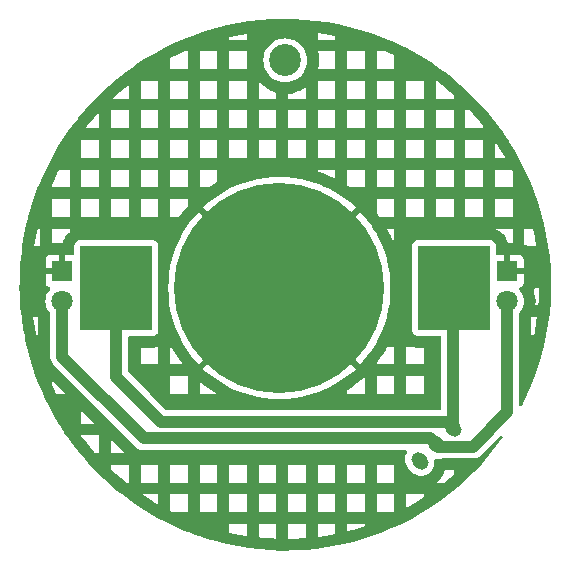
<source format=gbr>
%TF.GenerationSoftware,KiCad,Pcbnew,8.0.2-1*%
%TF.CreationDate,2024-09-20T10:56:36-06:00*%
%TF.ProjectId,FIT-Basic,4649542d-4261-4736-9963-2e6b69636164,rev?*%
%TF.SameCoordinates,Original*%
%TF.FileFunction,Copper,L2,Bot*%
%TF.FilePolarity,Positive*%
%FSLAX46Y46*%
G04 Gerber Fmt 4.6, Leading zero omitted, Abs format (unit mm)*
G04 Created by KiCad (PCBNEW 8.0.2-1) date 2024-09-20 10:56:36*
%MOMM*%
%LPD*%
G01*
G04 APERTURE LIST*
G04 Aperture macros list*
%AMHorizOval*
0 Thick line with rounded ends*
0 $1 width*
0 $2 $3 position (X,Y) of the first rounded end (center of the circle)*
0 $4 $5 position (X,Y) of the second rounded end (center of the circle)*
0 Add line between two ends*
20,1,$1,$2,$3,$4,$5,0*
0 Add two circle primitives to create the rounded ends*
1,1,$1,$2,$3*
1,1,$1,$4,$5*%
G04 Aperture macros list end*
%TA.AperFunction,SMDPad,CuDef*%
%ADD10R,6.100000X7.100000*%
%TD*%
%TA.AperFunction,SMDPad,CuDef*%
%ADD11C,17.800000*%
%TD*%
%TA.AperFunction,ComponentPad*%
%ADD12C,2.700000*%
%TD*%
%TA.AperFunction,ComponentPad*%
%ADD13C,1.800000*%
%TD*%
%TA.AperFunction,ComponentPad*%
%ADD14R,1.800000X1.800000*%
%TD*%
%TA.AperFunction,ComponentPad*%
%ADD15HorizOval,1.208000X-0.141421X0.141421X0.141421X-0.141421X0*%
%TD*%
%TA.AperFunction,Conductor*%
%ADD16C,1.000000*%
%TD*%
G04 APERTURE END LIST*
D10*
%TO.P,REF\u002A\u002A,1*%
%TO.N,+3V0*%
X196400000Y-61576244D03*
X225000000Y-61576244D03*
D11*
%TO.P,REF\u002A\u002A,2*%
%TO.N,GNDREF*%
X210200000Y-61576244D03*
%TD*%
D12*
%TO.P,,2,A*%
%TO.N,N/C*%
X210700000Y-42300000D03*
%TD*%
D13*
%TO.P,D1,2,A*%
%TO.N,/diode_flag*%
X191800000Y-62700000D03*
D14*
%TO.P,D1,1,K*%
%TO.N,GNDREF*%
X191800000Y-60160000D03*
%TD*%
D13*
%TO.P,D2,2,A*%
%TO.N,/diode_flag*%
X229500000Y-62700000D03*
D14*
%TO.P,D2,1,K*%
%TO.N,GNDREF*%
X229500000Y-60160000D03*
%TD*%
D15*
%TO.P,REF\u002A\u002A,1*%
%TO.N,+3V0*%
X224900000Y-73400000D03*
%TO.P,REF\u002A\u002A,2*%
%TO.N,/diode_flag*%
X223485789Y-74814213D03*
%TO.P,REF\u002A\u002A,3*%
%TO.N,N/C*%
X222071578Y-76228426D03*
%TD*%
D16*
%TO.N,/diode_flag*%
X223485789Y-74814213D02*
X223671576Y-75000000D01*
X223671576Y-75000000D02*
X226600000Y-75000000D01*
X226600000Y-75000000D02*
X229500000Y-72100000D01*
X229500000Y-72100000D02*
X229500000Y-62700000D01*
%TO.N,+3V0*%
X196400000Y-61576244D02*
X196400000Y-69100000D01*
X200200000Y-72900000D02*
X224400000Y-72900000D01*
X196400000Y-69100000D02*
X200200000Y-72900000D01*
X224400000Y-72900000D02*
X224900000Y-73400000D01*
%TO.N,/diode_flag*%
X191800000Y-62700000D02*
X191800000Y-67400000D01*
X198700000Y-74300000D02*
X222971576Y-74300000D01*
X191800000Y-67400000D02*
X198700000Y-74300000D01*
X222971576Y-74300000D02*
X223485789Y-74814213D01*
%TO.N,+3V0*%
X224900000Y-73400000D02*
X224900000Y-61676244D01*
X224900000Y-61676244D02*
X225000000Y-61576244D01*
%TD*%
%TA.AperFunction,Conductor*%
%TO.N,GNDREF*%
G36*
X211408956Y-38808724D02*
G01*
X211414150Y-38808888D01*
X212356518Y-38858607D01*
X212361660Y-38858988D01*
X213301069Y-38948389D01*
X213306229Y-38948990D01*
X214241029Y-39077912D01*
X214246128Y-39078725D01*
X215174683Y-39246943D01*
X215179753Y-39247972D01*
X216100390Y-39455186D01*
X216105439Y-39456435D01*
X217016489Y-39702266D01*
X217021455Y-39703719D01*
X217921375Y-39987753D01*
X217926270Y-39989413D01*
X218813380Y-40311118D01*
X218818198Y-40312980D01*
X219691014Y-40671821D01*
X219695755Y-40673888D01*
X220552609Y-41069177D01*
X220557278Y-41071451D01*
X220996490Y-41296994D01*
X221396695Y-41502506D01*
X221401295Y-41504992D01*
X222221769Y-41971035D01*
X222226260Y-41973712D01*
X223026411Y-42473962D01*
X223030739Y-42476797D01*
X223809074Y-43010323D01*
X223813299Y-43013352D01*
X224183488Y-43290749D01*
X224568444Y-43579211D01*
X224572561Y-43582434D01*
X225303160Y-44179609D01*
X225307138Y-44183003D01*
X225513615Y-44366824D01*
X226011927Y-44810458D01*
X226015726Y-44813986D01*
X226413161Y-45199046D01*
X226693456Y-45470614D01*
X226697133Y-45474331D01*
X227346530Y-46158894D01*
X227350048Y-46162762D01*
X227970039Y-46874128D01*
X227973390Y-46878141D01*
X228562821Y-47614982D01*
X228566001Y-47619133D01*
X229123865Y-48380198D01*
X229126860Y-48384471D01*
X229387634Y-48773635D01*
X229652137Y-49168364D01*
X229654956Y-49172769D01*
X230146713Y-49978101D01*
X230149343Y-49982619D01*
X230606725Y-50807985D01*
X230609162Y-50812611D01*
X231031331Y-51656502D01*
X231033569Y-51661222D01*
X231419795Y-52522177D01*
X231421834Y-52526992D01*
X231771409Y-53403434D01*
X231773244Y-53408330D01*
X232085576Y-54298772D01*
X232087202Y-54303741D01*
X232361715Y-55206544D01*
X232363130Y-55211578D01*
X232599332Y-56125127D01*
X232600534Y-56130215D01*
X232798022Y-57052941D01*
X232799008Y-57058076D01*
X232957416Y-57988284D01*
X232958185Y-57993456D01*
X233077241Y-58929529D01*
X233077791Y-58934728D01*
X233157278Y-59874969D01*
X233157609Y-59880188D01*
X233197403Y-60823308D01*
X233197511Y-60827881D01*
X233199996Y-61299346D01*
X233199996Y-61300654D01*
X233197511Y-61772118D01*
X233197403Y-61776691D01*
X233157609Y-62719811D01*
X233157278Y-62725030D01*
X233077791Y-63665271D01*
X233077241Y-63670470D01*
X232958185Y-64606543D01*
X232957416Y-64611715D01*
X232799008Y-65541923D01*
X232798022Y-65547058D01*
X232600534Y-66469784D01*
X232599332Y-66474872D01*
X232363130Y-67388421D01*
X232361715Y-67393455D01*
X232087202Y-68296258D01*
X232085576Y-68301227D01*
X231773244Y-69191669D01*
X231771409Y-69196565D01*
X231421834Y-70073007D01*
X231419795Y-70077822D01*
X231033571Y-70938773D01*
X231031331Y-70943497D01*
X230735397Y-71535052D01*
X230687799Y-71586201D01*
X230620104Y-71603496D01*
X230553804Y-71581447D01*
X230509950Y-71527054D01*
X230500500Y-71479574D01*
X230500500Y-65548769D01*
X231498500Y-65548769D01*
X231777053Y-65548769D01*
X231818267Y-65356202D01*
X231970486Y-64462336D01*
X232023341Y-64046769D01*
X231498500Y-64046769D01*
X231498500Y-65548769D01*
X230500500Y-65548769D01*
X230500500Y-63729377D01*
X230520185Y-63662338D01*
X230533264Y-63645401D01*
X230608979Y-63563153D01*
X230735924Y-63368849D01*
X230829157Y-63156300D01*
X230886134Y-62931305D01*
X230903226Y-62725030D01*
X230905300Y-62700006D01*
X230905300Y-62699993D01*
X230886135Y-62468702D01*
X230886133Y-62468691D01*
X230829157Y-62243699D01*
X230735924Y-62031151D01*
X230608981Y-61836849D01*
X230560328Y-61783997D01*
X231717301Y-61783997D01*
X231751384Y-61861697D01*
X231753345Y-61866430D01*
X231764613Y-61895306D01*
X231766376Y-61900117D01*
X231779776Y-61939146D01*
X231781340Y-61944026D01*
X231790191Y-61973752D01*
X231791553Y-61978698D01*
X231858663Y-62243707D01*
X231859819Y-62248705D01*
X231866184Y-62279067D01*
X231867131Y-62284103D01*
X231873922Y-62324806D01*
X231874661Y-62329877D01*
X231878494Y-62360632D01*
X231879022Y-62365727D01*
X231901595Y-62638148D01*
X231901913Y-62643265D01*
X231903194Y-62674245D01*
X231903300Y-62679368D01*
X231903300Y-62720632D01*
X231903194Y-62725755D01*
X231901913Y-62756735D01*
X231901595Y-62761852D01*
X231879022Y-63034273D01*
X231878494Y-63039368D01*
X231877322Y-63048769D01*
X232128350Y-63048769D01*
X232161271Y-62659335D01*
X232199609Y-61750736D01*
X232200685Y-61546769D01*
X231817251Y-61546769D01*
X231765970Y-61684261D01*
X231762581Y-61692441D01*
X231740323Y-61741177D01*
X231736362Y-61749091D01*
X231717301Y-61783997D01*
X230560328Y-61783997D01*
X230513832Y-61733489D01*
X230482910Y-61670835D01*
X230490770Y-61601409D01*
X230534918Y-61547253D01*
X230561730Y-61533325D01*
X230642084Y-61503355D01*
X230642093Y-61503350D01*
X230757187Y-61417190D01*
X230757190Y-61417187D01*
X230843350Y-61302093D01*
X230843354Y-61302086D01*
X230893596Y-61167379D01*
X230893598Y-61167372D01*
X230899999Y-61107844D01*
X230900000Y-61107827D01*
X230900000Y-60410000D01*
X229875278Y-60410000D01*
X229919333Y-60333694D01*
X229950000Y-60219244D01*
X229950000Y-60100756D01*
X229919333Y-59986306D01*
X229875278Y-59910000D01*
X230900000Y-59910000D01*
X230900000Y-59212172D01*
X230899999Y-59212155D01*
X230893598Y-59152627D01*
X230893596Y-59152620D01*
X230843354Y-59017913D01*
X230843350Y-59017906D01*
X230757190Y-58902812D01*
X230757187Y-58902809D01*
X230642093Y-58816649D01*
X230642086Y-58816645D01*
X230507379Y-58766403D01*
X230507372Y-58766401D01*
X230447844Y-58760000D01*
X229750000Y-58760000D01*
X229750000Y-59784722D01*
X229673694Y-59740667D01*
X229559244Y-59710000D01*
X229440756Y-59710000D01*
X229326306Y-59740667D01*
X229250000Y-59784722D01*
X229250000Y-58760000D01*
X228674499Y-58760000D01*
X228607460Y-58740315D01*
X228561705Y-58687511D01*
X228550499Y-58636000D01*
X228550499Y-57978373D01*
X228550498Y-57978367D01*
X228550497Y-57978360D01*
X228544615Y-57923638D01*
X228544091Y-57918760D01*
X228523914Y-57864663D01*
X230945526Y-57864663D01*
X231024261Y-57894030D01*
X231032441Y-57897419D01*
X231081177Y-57919677D01*
X231089091Y-57923638D01*
X231151681Y-57957815D01*
X231159295Y-57962333D01*
X231204362Y-57991297D01*
X231211632Y-57996345D01*
X231281661Y-58048769D01*
X231955349Y-58048769D01*
X231818268Y-57243800D01*
X231669085Y-56546769D01*
X230945526Y-56546769D01*
X230945526Y-57864663D01*
X228523914Y-57864663D01*
X228493797Y-57783915D01*
X228493793Y-57783908D01*
X228407547Y-57668699D01*
X228407544Y-57668696D01*
X228292335Y-57582450D01*
X228292328Y-57582446D01*
X228157482Y-57532152D01*
X228157483Y-57532152D01*
X228097883Y-57525745D01*
X228097881Y-57525744D01*
X228097873Y-57525744D01*
X228097864Y-57525744D01*
X221902129Y-57525744D01*
X221902123Y-57525745D01*
X221842516Y-57532152D01*
X221707671Y-57582446D01*
X221707664Y-57582450D01*
X221592455Y-57668696D01*
X221592452Y-57668699D01*
X221506206Y-57783908D01*
X221506202Y-57783915D01*
X221455908Y-57918761D01*
X221451710Y-57957815D01*
X221449501Y-57978367D01*
X221449500Y-57978379D01*
X221449500Y-65174114D01*
X221449501Y-65174120D01*
X221455908Y-65233727D01*
X221506202Y-65368572D01*
X221506206Y-65368579D01*
X221592452Y-65483788D01*
X221592455Y-65483791D01*
X221707664Y-65570037D01*
X221707671Y-65570041D01*
X221842517Y-65620335D01*
X221842516Y-65620335D01*
X221849444Y-65621079D01*
X221902127Y-65626744D01*
X223775500Y-65626743D01*
X223842539Y-65646428D01*
X223888294Y-65699231D01*
X223899500Y-65750743D01*
X223899500Y-71775500D01*
X223879815Y-71842539D01*
X223827011Y-71888294D01*
X223775500Y-71899500D01*
X200665783Y-71899500D01*
X200598744Y-71879815D01*
X200578102Y-71863181D01*
X199263690Y-70548769D01*
X200945526Y-70548769D01*
X202447526Y-70548769D01*
X203445526Y-70548769D01*
X204938342Y-70548769D01*
X204435648Y-70236175D01*
X204432224Y-70233967D01*
X204408442Y-70218072D01*
X204405119Y-70215772D01*
X203881640Y-69840652D01*
X203878383Y-69838237D01*
X203855690Y-69820825D01*
X203852509Y-69818300D01*
X203445526Y-69484295D01*
X203445526Y-70548769D01*
X202447526Y-70548769D01*
X202447526Y-69046769D01*
X200945526Y-69046769D01*
X200945526Y-70548769D01*
X199263690Y-70548769D01*
X197436819Y-68721898D01*
X197403334Y-68660575D01*
X197400500Y-68634217D01*
X197400500Y-68397598D01*
X203732198Y-68397598D01*
X203998818Y-68647314D01*
X203998838Y-68647331D01*
X204474577Y-69037761D01*
X204474576Y-69037761D01*
X204974844Y-69396248D01*
X204974854Y-69396254D01*
X205497473Y-69721239D01*
X205497495Y-69721252D01*
X206040240Y-70011354D01*
X206040267Y-70011367D01*
X206600844Y-70265362D01*
X206600867Y-70265371D01*
X207176840Y-70482152D01*
X207176855Y-70482157D01*
X207765790Y-70660808D01*
X207765798Y-70660811D01*
X208365171Y-70800565D01*
X208972401Y-70900819D01*
X209584869Y-70961142D01*
X210200000Y-70981279D01*
X210815130Y-70961142D01*
X211427598Y-70900819D01*
X212034828Y-70800565D01*
X212634201Y-70660811D01*
X212634209Y-70660808D01*
X213223144Y-70482157D01*
X213223159Y-70482152D01*
X213799132Y-70265371D01*
X213799155Y-70265362D01*
X213837734Y-70247882D01*
X215945526Y-70247882D01*
X215945526Y-70548769D01*
X217447526Y-70548769D01*
X218445526Y-70548769D01*
X219947526Y-70548769D01*
X220945526Y-70548769D01*
X222447526Y-70548769D01*
X222447526Y-69046769D01*
X220945526Y-69046769D01*
X220945526Y-70548769D01*
X219947526Y-70548769D01*
X219947526Y-69046769D01*
X218445526Y-69046769D01*
X218445526Y-70548769D01*
X217447526Y-70548769D01*
X217447526Y-69046769D01*
X217434623Y-69046769D01*
X217072974Y-69385489D01*
X217069972Y-69388211D01*
X217048468Y-69407071D01*
X217045370Y-69409699D01*
X216547491Y-69818300D01*
X216544310Y-69820825D01*
X216521617Y-69838237D01*
X216518360Y-69840652D01*
X215994881Y-70215772D01*
X215991558Y-70218072D01*
X215967776Y-70233967D01*
X215964352Y-70236176D01*
X215945526Y-70247882D01*
X213837734Y-70247882D01*
X214359732Y-70011367D01*
X214359759Y-70011354D01*
X214902504Y-69721252D01*
X214902526Y-69721239D01*
X215425145Y-69396254D01*
X215425155Y-69396248D01*
X215925422Y-69037761D01*
X216401161Y-68647331D01*
X216401181Y-68647314D01*
X216667800Y-68397598D01*
X216667801Y-68397598D01*
X210200000Y-61929797D01*
X203732198Y-68397598D01*
X197400500Y-68397598D01*
X197400500Y-66624743D01*
X198445526Y-66624743D01*
X198445526Y-68048769D01*
X199947526Y-68048769D01*
X200945526Y-68048769D01*
X202060557Y-68048769D01*
X201957944Y-67923735D01*
X201955419Y-67920554D01*
X201938007Y-67897861D01*
X201935592Y-67894604D01*
X201560472Y-67371125D01*
X201558172Y-67367802D01*
X201542277Y-67344020D01*
X201540069Y-67340596D01*
X201199951Y-66793640D01*
X201197867Y-66790163D01*
X201183565Y-66765393D01*
X201181592Y-66761843D01*
X201066633Y-66546769D01*
X200945526Y-66546769D01*
X200945526Y-68048769D01*
X199947526Y-68048769D01*
X199947526Y-66546769D01*
X199929419Y-66546769D01*
X199877018Y-66566313D01*
X199869679Y-66568792D01*
X199824828Y-66582397D01*
X199817352Y-66584412D01*
X199756637Y-66598760D01*
X199749045Y-66600305D01*
X199702840Y-66608216D01*
X199695167Y-66609285D01*
X199591244Y-66620456D01*
X199587939Y-66620766D01*
X199567899Y-66622379D01*
X199564578Y-66622602D01*
X199537895Y-66624030D01*
X199534582Y-66624163D01*
X199514534Y-66624699D01*
X199511220Y-66624743D01*
X198445526Y-66624743D01*
X197400500Y-66624743D01*
X197400500Y-65750743D01*
X197420185Y-65683704D01*
X197472989Y-65637949D01*
X197524500Y-65626743D01*
X199497871Y-65626743D01*
X199497872Y-65626743D01*
X199557483Y-65620335D01*
X199692331Y-65570040D01*
X199807546Y-65483790D01*
X199893796Y-65368575D01*
X199944091Y-65233727D01*
X199950500Y-65174117D01*
X199950499Y-61576244D01*
X200794964Y-61576244D01*
X200815101Y-62191374D01*
X200875424Y-62803842D01*
X200975678Y-63411072D01*
X201115432Y-64010445D01*
X201115435Y-64010453D01*
X201294086Y-64599388D01*
X201294091Y-64599403D01*
X201510872Y-65175376D01*
X201510881Y-65175399D01*
X201764876Y-65735976D01*
X201764889Y-65736003D01*
X202054991Y-66278748D01*
X202055004Y-66278770D01*
X202379989Y-66801389D01*
X202379995Y-66801399D01*
X202738482Y-67301666D01*
X203128912Y-67777405D01*
X203128929Y-67777425D01*
X203378645Y-68044045D01*
X209846447Y-61576244D01*
X209846447Y-61576243D01*
X210553553Y-61576243D01*
X210553553Y-61576244D01*
X217021353Y-68044045D01*
X217021354Y-68044044D01*
X217138169Y-67919322D01*
X218445526Y-67919322D01*
X218445526Y-68048769D01*
X219947526Y-68048769D01*
X220945526Y-68048769D01*
X222447526Y-68048769D01*
X222447526Y-66624743D01*
X221888752Y-66624744D01*
X221885428Y-66624699D01*
X221865326Y-66624160D01*
X221862006Y-66624027D01*
X221835320Y-66622595D01*
X221832011Y-66622373D01*
X221812018Y-66620763D01*
X221808715Y-66620452D01*
X221704825Y-66609282D01*
X221697157Y-66608215D01*
X221650971Y-66600308D01*
X221643381Y-66598763D01*
X221582670Y-66584418D01*
X221575191Y-66582402D01*
X221530328Y-66568794D01*
X221522989Y-66566315D01*
X221470583Y-66546769D01*
X220945526Y-66546769D01*
X220945526Y-68048769D01*
X219947526Y-68048769D01*
X219947526Y-66546769D01*
X219333367Y-66546769D01*
X219218408Y-66761843D01*
X219216435Y-66765393D01*
X219202133Y-66790163D01*
X219200049Y-66793640D01*
X218859931Y-67340596D01*
X218857723Y-67344020D01*
X218841828Y-67367802D01*
X218839528Y-67371125D01*
X218464408Y-67894604D01*
X218461993Y-67897861D01*
X218445526Y-67919322D01*
X217138169Y-67919322D01*
X217271070Y-67777425D01*
X217271087Y-67777405D01*
X217661517Y-67301666D01*
X218020004Y-66801399D01*
X218020010Y-66801389D01*
X218344995Y-66278770D01*
X218345008Y-66278748D01*
X218635110Y-65736003D01*
X218635123Y-65735976D01*
X218889118Y-65175399D01*
X218889127Y-65175376D01*
X219105908Y-64599403D01*
X219105913Y-64599388D01*
X219284564Y-64010453D01*
X219284567Y-64010445D01*
X219424321Y-63411072D01*
X219524575Y-62803842D01*
X219584898Y-62191374D01*
X219605035Y-61576244D01*
X219584898Y-60961113D01*
X219524575Y-60348645D01*
X219424321Y-59741415D01*
X219284567Y-59142042D01*
X219284564Y-59142034D01*
X219105913Y-58553099D01*
X219105908Y-58553084D01*
X218889127Y-57977111D01*
X218889118Y-57977088D01*
X218635123Y-57416511D01*
X218635110Y-57416484D01*
X218345008Y-56873739D01*
X218344995Y-56873717D01*
X218141686Y-56546769D01*
X219301858Y-56546769D01*
X219522021Y-56958666D01*
X219523876Y-56962277D01*
X219536527Y-56987932D01*
X219538261Y-56991598D01*
X219804061Y-57578230D01*
X219805674Y-57581950D01*
X219816621Y-57608376D01*
X219818113Y-57612153D01*
X219947526Y-57955995D01*
X219947526Y-56576369D01*
X228445526Y-56576369D01*
X228469672Y-56583694D01*
X228477012Y-56586173D01*
X228674502Y-56659831D01*
X228682682Y-56663219D01*
X228731419Y-56685477D01*
X228739333Y-56689439D01*
X228801923Y-56723616D01*
X228809537Y-56728134D01*
X228854604Y-56757098D01*
X228861874Y-56762146D01*
X229034173Y-56891130D01*
X229041064Y-56896683D01*
X229081549Y-56931763D01*
X229088028Y-56937795D01*
X229138449Y-56988216D01*
X229144481Y-56994695D01*
X229179561Y-57035180D01*
X229185114Y-57042071D01*
X229314098Y-57214370D01*
X229319146Y-57221640D01*
X229348110Y-57266707D01*
X229352628Y-57274321D01*
X229386805Y-57336911D01*
X229390767Y-57344825D01*
X229413025Y-57393562D01*
X229416413Y-57401742D01*
X229490069Y-57599226D01*
X229492548Y-57606565D01*
X229506153Y-57651416D01*
X229508168Y-57658892D01*
X229522516Y-57719607D01*
X229524061Y-57727199D01*
X229530659Y-57765738D01*
X229549454Y-57762000D01*
X229947526Y-57762000D01*
X229947526Y-56546769D01*
X228445526Y-56546769D01*
X228445526Y-56576369D01*
X219947526Y-56576369D01*
X219947526Y-56546769D01*
X219301858Y-56546769D01*
X218141686Y-56546769D01*
X218020010Y-56351098D01*
X218020004Y-56351088D01*
X217661517Y-55850821D01*
X217271087Y-55375082D01*
X217271070Y-55375062D01*
X217138169Y-55233165D01*
X218445526Y-55233165D01*
X218461993Y-55254627D01*
X218464408Y-55257884D01*
X218672853Y-55548769D01*
X219947526Y-55548769D01*
X220945526Y-55548769D01*
X222447526Y-55548769D01*
X223445526Y-55548769D01*
X224947526Y-55548769D01*
X225945526Y-55548769D01*
X227447526Y-55548769D01*
X228445526Y-55548769D01*
X229947526Y-55548769D01*
X229947526Y-54046769D01*
X228445526Y-54046769D01*
X228445526Y-55548769D01*
X227447526Y-55548769D01*
X227447526Y-54046769D01*
X225945526Y-54046769D01*
X225945526Y-55548769D01*
X224947526Y-55548769D01*
X224947526Y-54046769D01*
X223445526Y-54046769D01*
X223445526Y-55548769D01*
X222447526Y-55548769D01*
X222447526Y-54046769D01*
X220945526Y-54046769D01*
X220945526Y-55548769D01*
X219947526Y-55548769D01*
X219947526Y-54046769D01*
X218445526Y-54046769D01*
X218445526Y-55233165D01*
X217138169Y-55233165D01*
X217021354Y-55108442D01*
X210553553Y-61576243D01*
X209846447Y-61576243D01*
X203378645Y-55108442D01*
X203128914Y-55375079D01*
X203128912Y-55375082D01*
X202738482Y-55850821D01*
X202379995Y-56351088D01*
X202379989Y-56351098D01*
X202055004Y-56873717D01*
X202054991Y-56873739D01*
X201764889Y-57416484D01*
X201764876Y-57416511D01*
X201510881Y-57977088D01*
X201510872Y-57977111D01*
X201294091Y-58553084D01*
X201294086Y-58553099D01*
X201115435Y-59142034D01*
X201115432Y-59142042D01*
X200975678Y-59741415D01*
X200875424Y-60348645D01*
X200815101Y-60961113D01*
X200794964Y-61576244D01*
X199950499Y-61576244D01*
X199950499Y-57978372D01*
X199944615Y-57923638D01*
X199944091Y-57918760D01*
X199893797Y-57783915D01*
X199893793Y-57783908D01*
X199807547Y-57668699D01*
X199807544Y-57668696D01*
X199692335Y-57582450D01*
X199692328Y-57582446D01*
X199557482Y-57532152D01*
X199557483Y-57532152D01*
X199497883Y-57525745D01*
X199497881Y-57525744D01*
X199497873Y-57525744D01*
X199497864Y-57525744D01*
X193302129Y-57525744D01*
X193302123Y-57525745D01*
X193242516Y-57532152D01*
X193107671Y-57582446D01*
X193107664Y-57582450D01*
X192992455Y-57668696D01*
X192992452Y-57668699D01*
X192906206Y-57783908D01*
X192906202Y-57783915D01*
X192855908Y-57918761D01*
X192851710Y-57957815D01*
X192849501Y-57978367D01*
X192849500Y-57978379D01*
X192849500Y-58636000D01*
X192829815Y-58703039D01*
X192777011Y-58748794D01*
X192725500Y-58760000D01*
X192050000Y-58760000D01*
X192050000Y-59784722D01*
X191973694Y-59740667D01*
X191859244Y-59710000D01*
X191740756Y-59710000D01*
X191626306Y-59740667D01*
X191550000Y-59784722D01*
X191550000Y-58760000D01*
X190852155Y-58760000D01*
X190792627Y-58766401D01*
X190792620Y-58766403D01*
X190657913Y-58816645D01*
X190657906Y-58816649D01*
X190542812Y-58902809D01*
X190542809Y-58902812D01*
X190456649Y-59017906D01*
X190456645Y-59017913D01*
X190406403Y-59152620D01*
X190406401Y-59152627D01*
X190400000Y-59212155D01*
X190400000Y-59910000D01*
X191424722Y-59910000D01*
X191380667Y-59986306D01*
X191350000Y-60100756D01*
X191350000Y-60219244D01*
X191380667Y-60333694D01*
X191424722Y-60410000D01*
X190400000Y-60410000D01*
X190400000Y-61107844D01*
X190406401Y-61167372D01*
X190406403Y-61167379D01*
X190456645Y-61302086D01*
X190456649Y-61302093D01*
X190542809Y-61417187D01*
X190542812Y-61417190D01*
X190657906Y-61503350D01*
X190657913Y-61503354D01*
X190738270Y-61533325D01*
X190794204Y-61575196D01*
X190818621Y-61640660D01*
X190803770Y-61708933D01*
X190786168Y-61733489D01*
X190691021Y-61836847D01*
X190691019Y-61836848D01*
X190691016Y-61836853D01*
X190564075Y-62031151D01*
X190470842Y-62243699D01*
X190413866Y-62468691D01*
X190413864Y-62468702D01*
X190394700Y-62699993D01*
X190394700Y-62700006D01*
X190413864Y-62931297D01*
X190413866Y-62931308D01*
X190470842Y-63156300D01*
X190564075Y-63368848D01*
X190691016Y-63563147D01*
X190691019Y-63563151D01*
X190691021Y-63563153D01*
X190766731Y-63645396D01*
X190797652Y-63708049D01*
X190799500Y-63729377D01*
X190799500Y-67498541D01*
X190799500Y-67498543D01*
X190799499Y-67498543D01*
X190837947Y-67691829D01*
X190837950Y-67691839D01*
X190913364Y-67873907D01*
X190913371Y-67873920D01*
X191022859Y-68037780D01*
X191022860Y-68037781D01*
X191022861Y-68037782D01*
X191162218Y-68177139D01*
X191162219Y-68177139D01*
X191169286Y-68184206D01*
X191169285Y-68184206D01*
X191169289Y-68184209D01*
X198062215Y-75077137D01*
X198062219Y-75077140D01*
X198226079Y-75186628D01*
X198226085Y-75186631D01*
X198226086Y-75186632D01*
X198408165Y-75262052D01*
X198601455Y-75300500D01*
X198601458Y-75300501D01*
X198601460Y-75300501D01*
X198804655Y-75300501D01*
X198804675Y-75300500D01*
X220892986Y-75300500D01*
X220960025Y-75320185D01*
X221005780Y-75372989D01*
X221015724Y-75442147D01*
X220993302Y-75497388D01*
X220985505Y-75508118D01*
X220906575Y-75663026D01*
X220852854Y-75828365D01*
X220825658Y-76000073D01*
X220825658Y-76173936D01*
X220852854Y-76345644D01*
X220906575Y-76510983D01*
X220969964Y-76635390D01*
X220985504Y-76665889D01*
X221087692Y-76806538D01*
X221493466Y-77212312D01*
X221634115Y-77314500D01*
X221726205Y-77361422D01*
X221789020Y-77393428D01*
X221812171Y-77400950D01*
X221954361Y-77447150D01*
X222031902Y-77459431D01*
X222126068Y-77474346D01*
X222126073Y-77474346D01*
X222299930Y-77474346D01*
X222394096Y-77459431D01*
X222471637Y-77447150D01*
X222636980Y-77393427D01*
X222791883Y-77314500D01*
X222932532Y-77212312D01*
X223055464Y-77089380D01*
X223157652Y-76948731D01*
X223236579Y-76793828D01*
X223290302Y-76628485D01*
X223308912Y-76510983D01*
X223317498Y-76456778D01*
X223317498Y-76282915D01*
X223302271Y-76186777D01*
X223311226Y-76117484D01*
X223356222Y-76064032D01*
X223422973Y-76043392D01*
X223444142Y-76044906D01*
X223540279Y-76060133D01*
X223540284Y-76060133D01*
X223714141Y-76060133D01*
X223790024Y-76048113D01*
X223885848Y-76032937D01*
X223967001Y-76006569D01*
X224005319Y-76000500D01*
X226698543Y-76000500D01*
X226769881Y-75986309D01*
X226805552Y-75979214D01*
X226891836Y-75962051D01*
X226953301Y-75936591D01*
X227073914Y-75886632D01*
X227237782Y-75777139D01*
X227377139Y-75637782D01*
X227377139Y-75637780D01*
X227387347Y-75627573D01*
X227387348Y-75627570D01*
X228881456Y-74133463D01*
X228942775Y-74099981D01*
X229012467Y-74104965D01*
X229068400Y-74146837D01*
X229092817Y-74212301D01*
X229077965Y-74280574D01*
X229069143Y-74294455D01*
X228566001Y-74980866D01*
X228562821Y-74985017D01*
X227973390Y-75721858D01*
X227970039Y-75725871D01*
X227350048Y-76437237D01*
X227346530Y-76441105D01*
X226697133Y-77125668D01*
X226693456Y-77129385D01*
X226015742Y-77785998D01*
X226011911Y-77789556D01*
X225307138Y-78416996D01*
X225303160Y-78420390D01*
X224572561Y-79017565D01*
X224568444Y-79020788D01*
X223813311Y-79586638D01*
X223809062Y-79589684D01*
X223030762Y-80123187D01*
X223026388Y-80126052D01*
X222226260Y-80626287D01*
X222221769Y-80628964D01*
X221401295Y-81095007D01*
X221396695Y-81097493D01*
X220557294Y-81528540D01*
X220552593Y-81530830D01*
X219695781Y-81926099D01*
X219690989Y-81928189D01*
X218818227Y-82287007D01*
X218813350Y-82288892D01*
X217926298Y-82610576D01*
X217921346Y-82612255D01*
X217021481Y-82896272D01*
X217016463Y-82897740D01*
X216105453Y-83143560D01*
X216100377Y-83144816D01*
X215179780Y-83352021D01*
X215174656Y-83353061D01*
X214246160Y-83521269D01*
X214240997Y-83522092D01*
X213306245Y-83651007D01*
X213301052Y-83651612D01*
X212361697Y-83741008D01*
X212356482Y-83741394D01*
X211414166Y-83791110D01*
X211408940Y-83791275D01*
X210465394Y-83801223D01*
X210460166Y-83801168D01*
X209517037Y-83771330D01*
X209511816Y-83771055D01*
X208570750Y-83701481D01*
X208565545Y-83700985D01*
X207628298Y-83591808D01*
X207623118Y-83591094D01*
X206691276Y-83442498D01*
X206686131Y-83441566D01*
X205761390Y-83253819D01*
X205756289Y-83252671D01*
X204840283Y-83026108D01*
X204835235Y-83024746D01*
X204060617Y-82798104D01*
X210945526Y-82798104D01*
X211379981Y-82793524D01*
X212285487Y-82745751D01*
X212447526Y-82730330D01*
X212447526Y-82624351D01*
X213445526Y-82624351D01*
X214086382Y-82535969D01*
X214947526Y-82379962D01*
X214947526Y-82153019D01*
X215945526Y-82153019D01*
X216738672Y-81939003D01*
X217447526Y-81715272D01*
X217447526Y-81546769D01*
X215945526Y-81546769D01*
X215945526Y-82153019D01*
X214947526Y-82153019D01*
X214947526Y-81546769D01*
X213445526Y-81546769D01*
X213445526Y-82624351D01*
X212447526Y-82624351D01*
X212447526Y-81546769D01*
X210945526Y-81546769D01*
X210945526Y-82798104D01*
X204060617Y-82798104D01*
X203929585Y-82759766D01*
X203924599Y-82758192D01*
X203842401Y-82730330D01*
X203700572Y-82682255D01*
X208445526Y-82682255D01*
X208662715Y-82707555D01*
X209567010Y-82774411D01*
X209947526Y-82786449D01*
X209947526Y-81546769D01*
X208445526Y-81546769D01*
X208445526Y-82682255D01*
X203700572Y-82682255D01*
X203030923Y-82455268D01*
X203026014Y-82453487D01*
X202555130Y-82271401D01*
X205945526Y-82271401D01*
X205978024Y-82279439D01*
X206866652Y-82459854D01*
X207447526Y-82552482D01*
X207447526Y-81546769D01*
X205945526Y-81546769D01*
X205945526Y-82271401D01*
X202555130Y-82271401D01*
X202145931Y-82113168D01*
X202141095Y-82111180D01*
X201276127Y-81734057D01*
X201271379Y-81731867D01*
X200423056Y-81318604D01*
X200418405Y-81316215D01*
X200013706Y-81097493D01*
X199588279Y-80867569D01*
X199583759Y-80865001D01*
X199168286Y-80617277D01*
X198909543Y-80463002D01*
X200945526Y-80463002D01*
X201121582Y-80548769D01*
X202447526Y-80548769D01*
X203445526Y-80548769D01*
X204947526Y-80548769D01*
X205945526Y-80548769D01*
X207447526Y-80548769D01*
X208445526Y-80548769D01*
X209947526Y-80548769D01*
X210945526Y-80548769D01*
X212447526Y-80548769D01*
X213445526Y-80548769D01*
X214947526Y-80548769D01*
X215945526Y-80548769D01*
X217447526Y-80548769D01*
X218445526Y-80548769D01*
X219947526Y-80548769D01*
X219947526Y-80206128D01*
X220945526Y-80206128D01*
X221712829Y-79770286D01*
X222447526Y-79310958D01*
X222447526Y-79046769D01*
X220945526Y-79046769D01*
X220945526Y-80206128D01*
X219947526Y-80206128D01*
X219947526Y-79046769D01*
X218445526Y-79046769D01*
X218445526Y-80548769D01*
X217447526Y-80548769D01*
X217447526Y-79046769D01*
X215945526Y-79046769D01*
X215945526Y-80548769D01*
X214947526Y-80548769D01*
X214947526Y-79046769D01*
X213445526Y-79046769D01*
X213445526Y-80548769D01*
X212447526Y-80548769D01*
X212447526Y-79046769D01*
X210945526Y-79046769D01*
X210945526Y-80548769D01*
X209947526Y-80548769D01*
X209947526Y-79046769D01*
X208445526Y-79046769D01*
X208445526Y-80548769D01*
X207447526Y-80548769D01*
X207447526Y-79046769D01*
X205945526Y-79046769D01*
X205945526Y-80548769D01*
X204947526Y-80548769D01*
X204947526Y-79046769D01*
X203445526Y-79046769D01*
X203445526Y-80548769D01*
X202447526Y-80548769D01*
X202447526Y-79046769D01*
X200945526Y-79046769D01*
X200945526Y-80463002D01*
X198909543Y-80463002D01*
X198773269Y-80381749D01*
X198768835Y-80378977D01*
X197979445Y-79861991D01*
X197975133Y-79859035D01*
X197208263Y-79309250D01*
X197204078Y-79306115D01*
X196872771Y-79046769D01*
X198556252Y-79046769D01*
X199300194Y-79533990D01*
X199947526Y-79919960D01*
X199947526Y-79046769D01*
X198556252Y-79046769D01*
X196872771Y-79046769D01*
X196461031Y-78724460D01*
X196456983Y-78721151D01*
X195739131Y-78108703D01*
X195735226Y-78105226D01*
X195573730Y-77955229D01*
X195043830Y-77463058D01*
X195040086Y-77459431D01*
X195004600Y-77423569D01*
X194524605Y-76938486D01*
X195945526Y-76938486D01*
X196400883Y-77361422D01*
X197090713Y-77949962D01*
X197216935Y-78048769D01*
X197447526Y-78048769D01*
X198445526Y-78048769D01*
X199947526Y-78048769D01*
X200945526Y-78048769D01*
X202447526Y-78048769D01*
X203445526Y-78048769D01*
X204947526Y-78048769D01*
X205945526Y-78048769D01*
X207447526Y-78048769D01*
X208445526Y-78048769D01*
X209947526Y-78048769D01*
X210945526Y-78048769D01*
X212447526Y-78048769D01*
X213445526Y-78048769D01*
X214947526Y-78048769D01*
X215945526Y-78048769D01*
X217447526Y-78048769D01*
X218445526Y-78048769D01*
X219947526Y-78048769D01*
X223479145Y-78048769D01*
X224180853Y-78048769D01*
X224657285Y-77659344D01*
X224947526Y-77400950D01*
X224947526Y-76998500D01*
X224219437Y-76998500D01*
X224179676Y-77120871D01*
X224178080Y-77125472D01*
X224167881Y-77153117D01*
X224166106Y-77157653D01*
X224151104Y-77193869D01*
X224149153Y-77198329D01*
X224136824Y-77225072D01*
X224134700Y-77229452D01*
X224037979Y-77419276D01*
X224035684Y-77423569D01*
X224021294Y-77449265D01*
X224018832Y-77453466D01*
X223998350Y-77486890D01*
X223995724Y-77490992D01*
X223979355Y-77515490D01*
X223976571Y-77519485D01*
X223851339Y-77691851D01*
X223848399Y-77695734D01*
X223830162Y-77718867D01*
X223827074Y-77722630D01*
X223801616Y-77752437D01*
X223798381Y-77756077D01*
X223778388Y-77777705D01*
X223775014Y-77781214D01*
X223624366Y-77931862D01*
X223620857Y-77935236D01*
X223599229Y-77955229D01*
X223595589Y-77958464D01*
X223565782Y-77983922D01*
X223562019Y-77987010D01*
X223538886Y-78005247D01*
X223535002Y-78008187D01*
X223479145Y-78048769D01*
X219947526Y-78048769D01*
X219947526Y-76788926D01*
X219897639Y-76635390D01*
X219896225Y-76630728D01*
X219888225Y-76602360D01*
X219886995Y-76597646D01*
X219877846Y-76559530D01*
X219876803Y-76554776D01*
X219875211Y-76546769D01*
X218445526Y-76546769D01*
X218445526Y-78048769D01*
X217447526Y-78048769D01*
X217447526Y-76546769D01*
X215945526Y-76546769D01*
X215945526Y-78048769D01*
X214947526Y-78048769D01*
X214947526Y-76546769D01*
X213445526Y-76546769D01*
X213445526Y-78048769D01*
X212447526Y-78048769D01*
X212447526Y-76546769D01*
X210945526Y-76546769D01*
X210945526Y-78048769D01*
X209947526Y-78048769D01*
X209947526Y-76546769D01*
X208445526Y-76546769D01*
X208445526Y-78048769D01*
X207447526Y-78048769D01*
X207447526Y-76546769D01*
X205945526Y-76546769D01*
X205945526Y-78048769D01*
X204947526Y-78048769D01*
X204947526Y-76546769D01*
X203445526Y-76546769D01*
X203445526Y-78048769D01*
X202447526Y-78048769D01*
X202447526Y-76546769D01*
X200945526Y-76546769D01*
X200945526Y-78048769D01*
X199947526Y-78048769D01*
X199947526Y-76546769D01*
X198445526Y-76546769D01*
X198445526Y-78048769D01*
X197447526Y-78048769D01*
X197447526Y-76546769D01*
X195945526Y-76546769D01*
X195945526Y-76938486D01*
X194524605Y-76938486D01*
X194376380Y-76788690D01*
X194372791Y-76784906D01*
X193737934Y-76086763D01*
X193734499Y-76082822D01*
X193129660Y-75358564D01*
X193126394Y-75354481D01*
X192552620Y-74605363D01*
X192549529Y-74601146D01*
X192276917Y-74212301D01*
X192219123Y-74129865D01*
X193445526Y-74129865D01*
X193907490Y-74733004D01*
X194488682Y-75428947D01*
X194597642Y-75548769D01*
X194947526Y-75548769D01*
X195945526Y-75548769D01*
X197122463Y-75548769D01*
X195945526Y-74371831D01*
X195945526Y-75548769D01*
X194947526Y-75548769D01*
X194947526Y-74046769D01*
X193445526Y-74046769D01*
X193445526Y-74129865D01*
X192219123Y-74129865D01*
X192007838Y-73828494D01*
X192004936Y-73824164D01*
X191950777Y-73739535D01*
X191508718Y-73048769D01*
X193445526Y-73048769D01*
X194622464Y-73048769D01*
X193445526Y-71871830D01*
X193445526Y-73048769D01*
X191508718Y-73048769D01*
X191496307Y-73029376D01*
X191493583Y-73024915D01*
X191018904Y-72209380D01*
X191016370Y-72204807D01*
X190845128Y-71879815D01*
X190576495Y-71369988D01*
X190574159Y-71365317D01*
X190392058Y-70981279D01*
X190169859Y-70512679D01*
X190167742Y-70507959D01*
X189861716Y-69785359D01*
X190945526Y-69785359D01*
X191079519Y-70101751D01*
X191291484Y-70548769D01*
X192122464Y-70548769D01*
X190945526Y-69371830D01*
X190945526Y-69785359D01*
X189861716Y-69785359D01*
X189799739Y-69639016D01*
X189797824Y-69634215D01*
X189466786Y-68750550D01*
X189465056Y-68745619D01*
X189432891Y-68647331D01*
X189171561Y-67848772D01*
X189170055Y-67843820D01*
X188914625Y-66935383D01*
X188913336Y-66930397D01*
X188696428Y-66011995D01*
X188695336Y-66006891D01*
X188626101Y-65646428D01*
X188517347Y-65080216D01*
X188516473Y-65075081D01*
X188377705Y-64141708D01*
X188377052Y-64136569D01*
X188367550Y-64046769D01*
X189372559Y-64046769D01*
X189500912Y-64910091D01*
X189623586Y-65548769D01*
X189801500Y-65548769D01*
X189801500Y-64046769D01*
X189372559Y-64046769D01*
X188367550Y-64046769D01*
X188277755Y-63198157D01*
X188277315Y-63192947D01*
X188260742Y-62931297D01*
X188217665Y-62251196D01*
X188217448Y-62246032D01*
X188197554Y-61302608D01*
X188197554Y-61297386D01*
X188199129Y-61222690D01*
X188217448Y-60353965D01*
X188217665Y-60348805D01*
X188277315Y-59407049D01*
X188277755Y-59401842D01*
X188297825Y-59212172D01*
X188377052Y-58463424D01*
X188377705Y-58458297D01*
X188438591Y-58048769D01*
X189447560Y-58048769D01*
X189947526Y-58048769D01*
X189947526Y-57762000D01*
X190945526Y-57762000D01*
X191750546Y-57762000D01*
X191797998Y-57771439D01*
X191800000Y-57772268D01*
X191802002Y-57771439D01*
X191849454Y-57762000D01*
X191869981Y-57762000D01*
X191875936Y-57727215D01*
X191877481Y-57719625D01*
X191891826Y-57658914D01*
X191893842Y-57651435D01*
X191907450Y-57606572D01*
X191909929Y-57599232D01*
X191983587Y-57401742D01*
X191986975Y-57393562D01*
X192009233Y-57344825D01*
X192013195Y-57336911D01*
X192047372Y-57274321D01*
X192051890Y-57266707D01*
X192080854Y-57221640D01*
X192085902Y-57214370D01*
X192214886Y-57042071D01*
X192220439Y-57035180D01*
X192255519Y-56994695D01*
X192261551Y-56988216D01*
X192311972Y-56937795D01*
X192318451Y-56931763D01*
X192358936Y-56896683D01*
X192365827Y-56891130D01*
X192447526Y-56829969D01*
X192447526Y-56546769D01*
X190945526Y-56546769D01*
X190945526Y-57762000D01*
X189947526Y-57762000D01*
X189947526Y-56546769D01*
X189731623Y-56546769D01*
X189671941Y-56799467D01*
X189500913Y-57689902D01*
X189447560Y-58048769D01*
X188438591Y-58048769D01*
X188516477Y-57524891D01*
X188517346Y-57519790D01*
X188695340Y-56593089D01*
X188696430Y-56587995D01*
X188913338Y-55669590D01*
X188914622Y-55664627D01*
X188947198Y-55548769D01*
X190945526Y-55548769D01*
X192447526Y-55548769D01*
X193445526Y-55548769D01*
X194947526Y-55548769D01*
X195945526Y-55548769D01*
X197447526Y-55548769D01*
X198445526Y-55548769D01*
X199947526Y-55548769D01*
X200945526Y-55548769D01*
X201727147Y-55548769D01*
X201935592Y-55257884D01*
X201938007Y-55254627D01*
X201955419Y-55231934D01*
X201957944Y-55228753D01*
X202346836Y-54754889D01*
X203732198Y-54754889D01*
X210199999Y-61222690D01*
X216667801Y-54754889D01*
X216401181Y-54505173D01*
X216401161Y-54505156D01*
X215925422Y-54114726D01*
X215925423Y-54114726D01*
X215425155Y-53756239D01*
X215425145Y-53756233D01*
X214902526Y-53431248D01*
X214902504Y-53431235D01*
X214359759Y-53141133D01*
X214359732Y-53141120D01*
X213837734Y-52904605D01*
X215945526Y-52904605D01*
X215964353Y-52916313D01*
X215967776Y-52918521D01*
X215991558Y-52934416D01*
X215994881Y-52936716D01*
X216151251Y-53048769D01*
X217447526Y-53048769D01*
X218445526Y-53048769D01*
X219947526Y-53048769D01*
X220945526Y-53048769D01*
X222447526Y-53048769D01*
X223445526Y-53048769D01*
X224947526Y-53048769D01*
X225945526Y-53048769D01*
X227447526Y-53048769D01*
X228445526Y-53048769D01*
X229947526Y-53048769D01*
X229947526Y-51720687D01*
X229860520Y-51546769D01*
X228445526Y-51546769D01*
X228445526Y-53048769D01*
X227447526Y-53048769D01*
X227447526Y-51546769D01*
X225945526Y-51546769D01*
X225945526Y-53048769D01*
X224947526Y-53048769D01*
X224947526Y-51546769D01*
X223445526Y-51546769D01*
X223445526Y-53048769D01*
X222447526Y-53048769D01*
X222447526Y-51546769D01*
X220945526Y-51546769D01*
X220945526Y-53048769D01*
X219947526Y-53048769D01*
X219947526Y-51546769D01*
X218445526Y-51546769D01*
X218445526Y-53048769D01*
X217447526Y-53048769D01*
X217447526Y-51546769D01*
X215945526Y-51546769D01*
X215945526Y-52904605D01*
X213837734Y-52904605D01*
X213799155Y-52887125D01*
X213799132Y-52887116D01*
X213223159Y-52670335D01*
X213223144Y-52670330D01*
X212634209Y-52491679D01*
X212634201Y-52491676D01*
X212034828Y-52351922D01*
X211427598Y-52251668D01*
X210815130Y-52191345D01*
X210200000Y-52171208D01*
X209584869Y-52191345D01*
X208972401Y-52251668D01*
X208365171Y-52351922D01*
X207765798Y-52491676D01*
X207765790Y-52491679D01*
X207176855Y-52670330D01*
X207176840Y-52670335D01*
X206600867Y-52887116D01*
X206600844Y-52887125D01*
X206040267Y-53141120D01*
X206040240Y-53141133D01*
X205497495Y-53431235D01*
X205497473Y-53431248D01*
X204974854Y-53756233D01*
X204974844Y-53756239D01*
X204474577Y-54114726D01*
X203998838Y-54505156D01*
X203998835Y-54505158D01*
X203732198Y-54754889D01*
X202346836Y-54754889D01*
X202366545Y-54730874D01*
X202369175Y-54727774D01*
X202388035Y-54706271D01*
X202390754Y-54703271D01*
X202447526Y-54642654D01*
X202447526Y-54046769D01*
X200945526Y-54046769D01*
X200945526Y-55548769D01*
X199947526Y-55548769D01*
X199947526Y-54046769D01*
X198445526Y-54046769D01*
X198445526Y-55548769D01*
X197447526Y-55548769D01*
X197447526Y-54046769D01*
X195945526Y-54046769D01*
X195945526Y-55548769D01*
X194947526Y-55548769D01*
X194947526Y-54046769D01*
X193445526Y-54046769D01*
X193445526Y-55548769D01*
X192447526Y-55548769D01*
X192447526Y-54046769D01*
X190945526Y-54046769D01*
X190945526Y-55548769D01*
X188947198Y-55548769D01*
X189170059Y-54756165D01*
X189171557Y-54751240D01*
X189465061Y-53854363D01*
X189466787Y-53849446D01*
X189797830Y-52965768D01*
X189799732Y-52960999D01*
X189861717Y-52814637D01*
X190945526Y-52814637D01*
X190945526Y-53048769D01*
X192447526Y-53048769D01*
X193445526Y-53048769D01*
X194947526Y-53048769D01*
X195945526Y-53048769D01*
X197447526Y-53048769D01*
X198445526Y-53048769D01*
X199947526Y-53048769D01*
X200945526Y-53048769D01*
X202447526Y-53048769D01*
X203445526Y-53048769D01*
X204248749Y-53048769D01*
X204405119Y-52936716D01*
X204408442Y-52934416D01*
X204432224Y-52918521D01*
X204435648Y-52916313D01*
X204947526Y-52598007D01*
X204947526Y-51694879D01*
X213445526Y-51694879D01*
X213526581Y-51719468D01*
X213530459Y-51720715D01*
X213557544Y-51729913D01*
X213561349Y-51731275D01*
X214164091Y-51958131D01*
X214167868Y-51959623D01*
X214194294Y-51970570D01*
X214198014Y-51972183D01*
X214784646Y-52237983D01*
X214788312Y-52239717D01*
X214813967Y-52252368D01*
X214817578Y-52254223D01*
X214947526Y-52323681D01*
X214947526Y-51546769D01*
X213445526Y-51546769D01*
X213445526Y-51694879D01*
X204947526Y-51694879D01*
X204947526Y-51546769D01*
X203445526Y-51546769D01*
X203445526Y-53048769D01*
X202447526Y-53048769D01*
X202447526Y-51546769D01*
X200945526Y-51546769D01*
X200945526Y-53048769D01*
X199947526Y-53048769D01*
X199947526Y-51546769D01*
X198445526Y-51546769D01*
X198445526Y-53048769D01*
X197447526Y-53048769D01*
X197447526Y-51546769D01*
X195945526Y-51546769D01*
X195945526Y-53048769D01*
X194947526Y-53048769D01*
X194947526Y-51546769D01*
X193445526Y-51546769D01*
X193445526Y-53048769D01*
X192447526Y-53048769D01*
X192447526Y-51546769D01*
X191537657Y-51546769D01*
X191468023Y-51678922D01*
X191079519Y-52498246D01*
X190945526Y-52814637D01*
X189861717Y-52814637D01*
X190167750Y-52092022D01*
X190169851Y-52087338D01*
X190574171Y-51234657D01*
X190576486Y-51230029D01*
X190935449Y-50548769D01*
X193445526Y-50548769D01*
X194947526Y-50548769D01*
X195945526Y-50548769D01*
X197447526Y-50548769D01*
X198445526Y-50548769D01*
X199947526Y-50548769D01*
X200945526Y-50548769D01*
X202447526Y-50548769D01*
X203445526Y-50548769D01*
X204947526Y-50548769D01*
X205945526Y-50548769D01*
X207447526Y-50548769D01*
X208445526Y-50548769D01*
X209947526Y-50548769D01*
X210945526Y-50548769D01*
X212447526Y-50548769D01*
X213445526Y-50548769D01*
X214947526Y-50548769D01*
X215945526Y-50548769D01*
X217447526Y-50548769D01*
X218445526Y-50548769D01*
X219947526Y-50548769D01*
X220945526Y-50548769D01*
X222447526Y-50548769D01*
X223445526Y-50548769D01*
X224947526Y-50548769D01*
X225945526Y-50548769D01*
X227447526Y-50548769D01*
X228445526Y-50548769D01*
X229322085Y-50548769D01*
X229285344Y-50482469D01*
X228812797Y-49708596D01*
X228445526Y-49160501D01*
X228445526Y-50548769D01*
X227447526Y-50548769D01*
X227447526Y-49046769D01*
X225945526Y-49046769D01*
X225945526Y-50548769D01*
X224947526Y-50548769D01*
X224947526Y-49046769D01*
X223445526Y-49046769D01*
X223445526Y-50548769D01*
X222447526Y-50548769D01*
X222447526Y-49046769D01*
X220945526Y-49046769D01*
X220945526Y-50548769D01*
X219947526Y-50548769D01*
X219947526Y-49046769D01*
X218445526Y-49046769D01*
X218445526Y-50548769D01*
X217447526Y-50548769D01*
X217447526Y-49046769D01*
X215945526Y-49046769D01*
X215945526Y-50548769D01*
X214947526Y-50548769D01*
X214947526Y-49046769D01*
X213445526Y-49046769D01*
X213445526Y-50548769D01*
X212447526Y-50548769D01*
X212447526Y-49046769D01*
X210945526Y-49046769D01*
X210945526Y-50548769D01*
X209947526Y-50548769D01*
X209947526Y-49046769D01*
X208445526Y-49046769D01*
X208445526Y-50548769D01*
X207447526Y-50548769D01*
X207447526Y-49046769D01*
X205945526Y-49046769D01*
X205945526Y-50548769D01*
X204947526Y-50548769D01*
X204947526Y-49046769D01*
X203445526Y-49046769D01*
X203445526Y-50548769D01*
X202447526Y-50548769D01*
X202447526Y-49046769D01*
X200945526Y-49046769D01*
X200945526Y-50548769D01*
X199947526Y-50548769D01*
X199947526Y-49046769D01*
X198445526Y-49046769D01*
X198445526Y-50548769D01*
X197447526Y-50548769D01*
X197447526Y-49046769D01*
X195945526Y-49046769D01*
X195945526Y-50548769D01*
X194947526Y-50548769D01*
X194947526Y-49046769D01*
X193445526Y-49046769D01*
X193445526Y-50548769D01*
X190935449Y-50548769D01*
X191016383Y-50395167D01*
X191018890Y-50390643D01*
X191493596Y-49575061D01*
X191496294Y-49570644D01*
X192004960Y-48775798D01*
X192007822Y-48771527D01*
X192514534Y-48048769D01*
X193768262Y-48048769D01*
X194947526Y-48048769D01*
X195945526Y-48048769D01*
X197447526Y-48048769D01*
X198445526Y-48048769D01*
X199947526Y-48048769D01*
X200945526Y-48048769D01*
X202447526Y-48048769D01*
X203445526Y-48048769D01*
X204947526Y-48048769D01*
X205945526Y-48048769D01*
X207447526Y-48048769D01*
X208445526Y-48048769D01*
X209947526Y-48048769D01*
X210945526Y-48048769D01*
X212447526Y-48048769D01*
X213445526Y-48048769D01*
X214947526Y-48048769D01*
X215945526Y-48048769D01*
X217447526Y-48048769D01*
X218445526Y-48048769D01*
X219947526Y-48048769D01*
X220945526Y-48048769D01*
X222447526Y-48048769D01*
X223445526Y-48048769D01*
X224947526Y-48048769D01*
X225945526Y-48048769D01*
X227447526Y-48048769D01*
X227447526Y-47818412D01*
X227205576Y-47515954D01*
X226609794Y-46832364D01*
X226338870Y-46546769D01*
X225945526Y-46546769D01*
X225945526Y-48048769D01*
X224947526Y-48048769D01*
X224947526Y-46546769D01*
X223445526Y-46546769D01*
X223445526Y-48048769D01*
X222447526Y-48048769D01*
X222447526Y-46546769D01*
X220945526Y-46546769D01*
X220945526Y-48048769D01*
X219947526Y-48048769D01*
X219947526Y-46546769D01*
X218445526Y-46546769D01*
X218445526Y-48048769D01*
X217447526Y-48048769D01*
X217447526Y-46546769D01*
X215945526Y-46546769D01*
X215945526Y-48048769D01*
X214947526Y-48048769D01*
X214947526Y-46546769D01*
X213445526Y-46546769D01*
X213445526Y-48048769D01*
X212447526Y-48048769D01*
X212447526Y-46546769D01*
X210945526Y-46546769D01*
X210945526Y-48048769D01*
X209947526Y-48048769D01*
X209947526Y-46546769D01*
X208445526Y-46546769D01*
X208445526Y-48048769D01*
X207447526Y-48048769D01*
X207447526Y-46546769D01*
X205945526Y-46546769D01*
X205945526Y-48048769D01*
X204947526Y-48048769D01*
X204947526Y-46546769D01*
X203445526Y-46546769D01*
X203445526Y-48048769D01*
X202447526Y-48048769D01*
X202447526Y-46546769D01*
X200945526Y-46546769D01*
X200945526Y-48048769D01*
X199947526Y-48048769D01*
X199947526Y-46546769D01*
X198445526Y-46546769D01*
X198445526Y-48048769D01*
X197447526Y-48048769D01*
X197447526Y-46546769D01*
X195945526Y-46546769D01*
X195945526Y-48048769D01*
X194947526Y-48048769D01*
X194947526Y-46666467D01*
X194488682Y-47171050D01*
X193907490Y-47866993D01*
X193768262Y-48048769D01*
X192514534Y-48048769D01*
X192549535Y-47998844D01*
X192552620Y-47994636D01*
X192841838Y-47617034D01*
X193126403Y-47245506D01*
X193129660Y-47241435D01*
X193188440Y-47171050D01*
X193734508Y-46517165D01*
X193737934Y-46513236D01*
X194372791Y-45815093D01*
X194376357Y-45811332D01*
X194636166Y-45548769D01*
X196066910Y-45548769D01*
X197447526Y-45548769D01*
X198445526Y-45548769D01*
X199947526Y-45548769D01*
X200945526Y-45548769D01*
X202447526Y-45548769D01*
X203445526Y-45548769D01*
X204947526Y-45548769D01*
X205945526Y-45548769D01*
X207447526Y-45548769D01*
X208445526Y-45548769D01*
X209947526Y-45548769D01*
X209947526Y-45138215D01*
X210945526Y-45138215D01*
X210945526Y-45548769D01*
X212447526Y-45548769D01*
X213445526Y-45548769D01*
X214947526Y-45548769D01*
X215945526Y-45548769D01*
X217447526Y-45548769D01*
X218445526Y-45548769D01*
X219947526Y-45548769D01*
X220945526Y-45548769D01*
X222447526Y-45548769D01*
X223445526Y-45548769D01*
X224947526Y-45548769D01*
X224947526Y-45199046D01*
X224657285Y-44940654D01*
X223955247Y-44366824D01*
X223528129Y-44046769D01*
X223445526Y-44046769D01*
X223445526Y-45548769D01*
X222447526Y-45548769D01*
X222447526Y-44046769D01*
X220945526Y-44046769D01*
X220945526Y-45548769D01*
X219947526Y-45548769D01*
X219947526Y-44046769D01*
X218445526Y-44046769D01*
X218445526Y-45548769D01*
X217447526Y-45548769D01*
X217447526Y-44046769D01*
X215945526Y-44046769D01*
X215945526Y-45548769D01*
X214947526Y-45548769D01*
X214947526Y-44046769D01*
X213445526Y-44046769D01*
X213445526Y-45548769D01*
X212447526Y-45548769D01*
X212447526Y-44550035D01*
X212286833Y-44670328D01*
X212283246Y-44672915D01*
X212261266Y-44688177D01*
X212257589Y-44690634D01*
X212227613Y-44709901D01*
X212223840Y-44712232D01*
X212200795Y-44725905D01*
X212196949Y-44728095D01*
X211933334Y-44872041D01*
X211929410Y-44874094D01*
X211905446Y-44886089D01*
X211901449Y-44888001D01*
X211869033Y-44902803D01*
X211864973Y-44904570D01*
X211840250Y-44914809D01*
X211836137Y-44916427D01*
X211554756Y-45021376D01*
X211550587Y-45022847D01*
X211525199Y-45031298D01*
X211520975Y-45032621D01*
X211486784Y-45042662D01*
X211482514Y-45043833D01*
X211456549Y-45050461D01*
X211452237Y-45051480D01*
X211158746Y-45115325D01*
X211154404Y-45116189D01*
X211128031Y-45120947D01*
X211123654Y-45121656D01*
X211088381Y-45126725D01*
X211083997Y-45127276D01*
X211057395Y-45130136D01*
X211052986Y-45130530D01*
X210945526Y-45138215D01*
X209947526Y-45138215D01*
X209947526Y-45051423D01*
X209943451Y-45050461D01*
X209917486Y-45043833D01*
X209913216Y-45042662D01*
X209879025Y-45032621D01*
X209874801Y-45031298D01*
X209849413Y-45022847D01*
X209845244Y-45021376D01*
X209563863Y-44916427D01*
X209559750Y-44914809D01*
X209535027Y-44904570D01*
X209530967Y-44902803D01*
X209498551Y-44888001D01*
X209494554Y-44886089D01*
X209470590Y-44874094D01*
X209466666Y-44872041D01*
X209203051Y-44728095D01*
X209199205Y-44725905D01*
X209176160Y-44712232D01*
X209172387Y-44709901D01*
X209142411Y-44690634D01*
X209138734Y-44688177D01*
X209116754Y-44672915D01*
X209113167Y-44670328D01*
X208872748Y-44490354D01*
X208869251Y-44487638D01*
X208848410Y-44470843D01*
X208845019Y-44468009D01*
X208818086Y-44444674D01*
X208814788Y-44441711D01*
X208795181Y-44423456D01*
X208791996Y-44420383D01*
X208579617Y-44208004D01*
X208576544Y-44204819D01*
X208558289Y-44185212D01*
X208555326Y-44181914D01*
X208531991Y-44154981D01*
X208529157Y-44151590D01*
X208512362Y-44130749D01*
X208509646Y-44127252D01*
X208449397Y-44046769D01*
X208445526Y-44046769D01*
X208445526Y-45548769D01*
X207447526Y-45548769D01*
X207447526Y-44046769D01*
X205945526Y-44046769D01*
X205945526Y-45548769D01*
X204947526Y-45548769D01*
X204947526Y-44046769D01*
X203445526Y-44046769D01*
X203445526Y-45548769D01*
X202447526Y-45548769D01*
X202447526Y-44046769D01*
X200945526Y-44046769D01*
X200945526Y-45548769D01*
X199947526Y-45548769D01*
X199947526Y-44046769D01*
X198445526Y-44046769D01*
X198445526Y-45548769D01*
X197447526Y-45548769D01*
X197447526Y-44370722D01*
X197090713Y-44650035D01*
X196400883Y-45238575D01*
X196066910Y-45548769D01*
X194636166Y-45548769D01*
X195040121Y-45140533D01*
X195043805Y-45136964D01*
X195735254Y-44494747D01*
X195739103Y-44491320D01*
X196456993Y-43878839D01*
X196461031Y-43875539D01*
X197204102Y-43293865D01*
X197208238Y-43290767D01*
X197975143Y-42740956D01*
X197979445Y-42738008D01*
X197994679Y-42728031D01*
X198768856Y-42221008D01*
X198773246Y-42218263D01*
X198909547Y-42136994D01*
X200945526Y-42136994D01*
X200945526Y-43048769D01*
X202447526Y-43048769D01*
X203445526Y-43048769D01*
X204947526Y-43048769D01*
X205945526Y-43048769D01*
X207447526Y-43048769D01*
X207447526Y-42299998D01*
X208844773Y-42299998D01*
X208844773Y-42300001D01*
X208863657Y-42564027D01*
X208863658Y-42564034D01*
X208919921Y-42822673D01*
X209012426Y-43070690D01*
X209012428Y-43070694D01*
X209139280Y-43303005D01*
X209139285Y-43303013D01*
X209297906Y-43514907D01*
X209297922Y-43514925D01*
X209485074Y-43702077D01*
X209485092Y-43702093D01*
X209696986Y-43860714D01*
X209696994Y-43860719D01*
X209929305Y-43987571D01*
X209929309Y-43987573D01*
X209929311Y-43987574D01*
X210177322Y-44080077D01*
X210177325Y-44080077D01*
X210177326Y-44080078D01*
X210372552Y-44122546D01*
X210435974Y-44136343D01*
X210679660Y-44153772D01*
X210699999Y-44155227D01*
X210700000Y-44155227D01*
X210700001Y-44155227D01*
X210718885Y-44153876D01*
X210964026Y-44136343D01*
X211222678Y-44080077D01*
X211470689Y-43987574D01*
X211703011Y-43860716D01*
X211914915Y-43702087D01*
X212102087Y-43514915D01*
X212260716Y-43303011D01*
X212387574Y-43070689D01*
X212480077Y-42822678D01*
X212536343Y-42564026D01*
X212555227Y-42300000D01*
X212536343Y-42035974D01*
X212494929Y-41845596D01*
X212480078Y-41777326D01*
X212478614Y-41773401D01*
X212394085Y-41546769D01*
X213451245Y-41546769D01*
X213451480Y-41547763D01*
X213515325Y-41841254D01*
X213516189Y-41845596D01*
X213520947Y-41871969D01*
X213521656Y-41876346D01*
X213526725Y-41911619D01*
X213527276Y-41916003D01*
X213530136Y-41942605D01*
X213530530Y-41947014D01*
X213551955Y-42246574D01*
X213552192Y-42250993D01*
X213553148Y-42277755D01*
X213553227Y-42282182D01*
X213553227Y-42317818D01*
X213553148Y-42322245D01*
X213552192Y-42349007D01*
X213551955Y-42353426D01*
X213530530Y-42652986D01*
X213530136Y-42657395D01*
X213527276Y-42683997D01*
X213526725Y-42688381D01*
X213521656Y-42723654D01*
X213520947Y-42728031D01*
X213516189Y-42754404D01*
X213515325Y-42758746D01*
X213452234Y-43048769D01*
X214947526Y-43048769D01*
X215945526Y-43048769D01*
X217447526Y-43048769D01*
X218445526Y-43048769D01*
X219947526Y-43048769D01*
X219947526Y-41889114D01*
X219294468Y-41587842D01*
X219194564Y-41546769D01*
X218445526Y-41546769D01*
X218445526Y-43048769D01*
X217447526Y-43048769D01*
X217447526Y-41546769D01*
X215945526Y-41546769D01*
X215945526Y-43048769D01*
X214947526Y-43048769D01*
X214947526Y-41546769D01*
X213451245Y-41546769D01*
X212394085Y-41546769D01*
X212387574Y-41529311D01*
X212372937Y-41502506D01*
X212260719Y-41296994D01*
X212260714Y-41296986D01*
X212102093Y-41085092D01*
X212102077Y-41085074D01*
X211914925Y-40897922D01*
X211914907Y-40897906D01*
X211703013Y-40739285D01*
X211703005Y-40739280D01*
X211470694Y-40612428D01*
X211470690Y-40612426D01*
X211300018Y-40548769D01*
X213445526Y-40548769D01*
X214947526Y-40548769D01*
X214947526Y-40220035D01*
X214086382Y-40064028D01*
X213445526Y-39975645D01*
X213445526Y-40548769D01*
X211300018Y-40548769D01*
X211222673Y-40519921D01*
X210964034Y-40463658D01*
X210964027Y-40463657D01*
X210700001Y-40444773D01*
X210699999Y-40444773D01*
X210435972Y-40463657D01*
X210435965Y-40463658D01*
X210177326Y-40519921D01*
X209929309Y-40612426D01*
X209929305Y-40612428D01*
X209696994Y-40739280D01*
X209696986Y-40739285D01*
X209485092Y-40897906D01*
X209485074Y-40897922D01*
X209297922Y-41085074D01*
X209297906Y-41085092D01*
X209139285Y-41296986D01*
X209139280Y-41296994D01*
X209012428Y-41529305D01*
X209012426Y-41529309D01*
X208919921Y-41777326D01*
X208863658Y-42035965D01*
X208863657Y-42035972D01*
X208844773Y-42299998D01*
X207447526Y-42299998D01*
X207447526Y-41546769D01*
X205945526Y-41546769D01*
X205945526Y-43048769D01*
X204947526Y-43048769D01*
X204947526Y-41546769D01*
X203445526Y-41546769D01*
X203445526Y-43048769D01*
X202447526Y-43048769D01*
X202447526Y-41546769D01*
X202211694Y-41546769D01*
X201691889Y-41773401D01*
X200945526Y-42136994D01*
X198909547Y-42136994D01*
X199583794Y-41734977D01*
X199588243Y-41732450D01*
X200418445Y-41283763D01*
X200423016Y-41281415D01*
X201271413Y-40868116D01*
X201276092Y-40865957D01*
X202141108Y-40488813D01*
X202145917Y-40486836D01*
X202555135Y-40328596D01*
X205945526Y-40328596D01*
X205945526Y-40548769D01*
X207447526Y-40548769D01*
X207447526Y-40047514D01*
X206866652Y-40140143D01*
X205978024Y-40320558D01*
X205945526Y-40328596D01*
X202555135Y-40328596D01*
X203026062Y-40146494D01*
X203030881Y-40144746D01*
X203924641Y-39841793D01*
X203929543Y-39840245D01*
X204835270Y-39575243D01*
X204840249Y-39573900D01*
X205756300Y-39347325D01*
X205761379Y-39346182D01*
X206686174Y-39158425D01*
X206691232Y-39157508D01*
X207623139Y-39008902D01*
X207628277Y-39008193D01*
X208565562Y-38899012D01*
X208570732Y-38898519D01*
X209511862Y-38828941D01*
X209516990Y-38828671D01*
X210460194Y-38798830D01*
X210465365Y-38798776D01*
X211408956Y-38808724D01*
G37*
%TD.AperFunction*%
%TD*%
M02*

</source>
